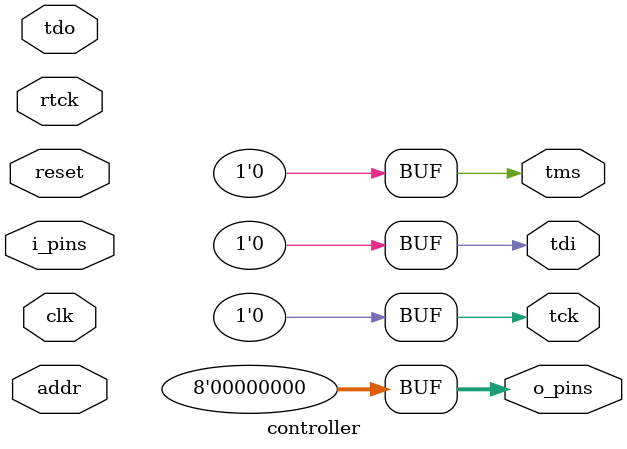
<source format=v>

`default_nettype none

module controller (
  input  wire clk,
  input  wire reset,
  input  wire rtck,
  input  wire tdo,
  input  wire addr,
  input  wire [7:0] i_pins,
  output reg [7:0] o_pins = 0,
  output reg tck = 0,
  output reg tms = 0,
  output reg tdi = 0
) /* synthesis syn_hier="fixed" */;

// always @(posedge clk) begin
//   if (reset) begin
//     o_pins <= ~i_pins;
//     tck    <= rtck;
//     tms    <= (addr == 0);
//     tdi    <= tdo;
//   end
// end

endmodule

</source>
